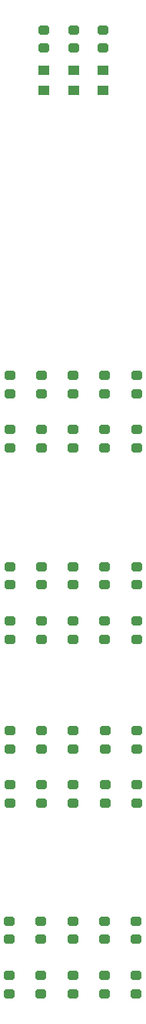
<source format=gtp>
G04*
G04 #@! TF.GenerationSoftware,Altium Limited,Altium Designer,21.3.2 (30)*
G04*
G04 Layer_Color=8421504*
%FSTAX24Y24*%
%MOIN*%
G70*
G04*
G04 #@! TF.SameCoordinates,D50E3B47-D74C-4BCA-B3C4-33FD4FEC1BCA*
G04*
G04*
G04 #@! TF.FilePolarity,Positive*
G04*
G01*
G75*
%ADD18R,0.0512X0.0394*%
G04:AMPARAMS|DCode=19|XSize=39.4mil|YSize=47.2mil|CornerRadius=9.8mil|HoleSize=0mil|Usage=FLASHONLY|Rotation=90.000|XOffset=0mil|YOffset=0mil|HoleType=Round|Shape=RoundedRectangle|*
%AMROUNDEDRECTD19*
21,1,0.0394,0.0276,0,0,90.0*
21,1,0.0197,0.0472,0,0,90.0*
1,1,0.0197,0.0138,0.0098*
1,1,0.0197,0.0138,-0.0098*
1,1,0.0197,-0.0138,-0.0098*
1,1,0.0197,-0.0138,0.0098*
%
%ADD19ROUNDEDRECTD19*%
D18*
X018758Y050247D02*
D03*
Y049381D02*
D03*
X020037Y050247D02*
D03*
Y049381D02*
D03*
X021317Y049381D02*
D03*
Y050247D02*
D03*
D19*
X018758Y051192D02*
D03*
Y051979D02*
D03*
X020037Y051192D02*
D03*
Y051979D02*
D03*
X017279Y026469D02*
D03*
Y025682D02*
D03*
Y028813D02*
D03*
Y028026D02*
D03*
X018654D02*
D03*
Y028813D02*
D03*
Y025682D02*
D03*
Y026469D02*
D03*
X018654Y033932D02*
D03*
Y034719D02*
D03*
X020028Y026469D02*
D03*
Y025682D02*
D03*
Y028026D02*
D03*
Y028813D02*
D03*
X021403Y025682D02*
D03*
Y026469D02*
D03*
Y028026D02*
D03*
Y028813D02*
D03*
X021384Y011163D02*
D03*
Y010376D02*
D03*
X022759D02*
D03*
Y011163D02*
D03*
Y01272D02*
D03*
Y013507D02*
D03*
X022778Y025682D02*
D03*
Y026469D02*
D03*
Y028026D02*
D03*
Y028813D02*
D03*
X021411Y018599D02*
D03*
Y019387D02*
D03*
X022785Y018599D02*
D03*
Y019387D02*
D03*
X021411Y020943D02*
D03*
Y021731D02*
D03*
X022785Y020943D02*
D03*
Y021731D02*
D03*
X021403Y034719D02*
D03*
Y033932D02*
D03*
X022778D02*
D03*
Y034719D02*
D03*
X020028D02*
D03*
Y033932D02*
D03*
X017279Y034719D02*
D03*
Y033932D02*
D03*
X018654Y037063D02*
D03*
Y036276D02*
D03*
X020028D02*
D03*
Y037063D02*
D03*
X021403D02*
D03*
Y036276D02*
D03*
X022778Y037063D02*
D03*
Y036276D02*
D03*
X017279D02*
D03*
Y037063D02*
D03*
X01726Y010376D02*
D03*
Y011163D02*
D03*
Y01272D02*
D03*
Y013507D02*
D03*
X018635Y011163D02*
D03*
Y010376D02*
D03*
X017286Y019387D02*
D03*
Y018599D02*
D03*
X018635Y013507D02*
D03*
Y01272D02*
D03*
X020009Y010376D02*
D03*
Y011163D02*
D03*
Y013507D02*
D03*
Y01272D02*
D03*
X021384Y013507D02*
D03*
Y01272D02*
D03*
X018661Y018599D02*
D03*
Y019387D02*
D03*
X020036Y018599D02*
D03*
Y019387D02*
D03*
X017286Y021731D02*
D03*
Y020943D02*
D03*
X018661D02*
D03*
Y021731D02*
D03*
X020036D02*
D03*
Y020943D02*
D03*
X021317Y051979D02*
D03*
Y051192D02*
D03*
M02*

</source>
